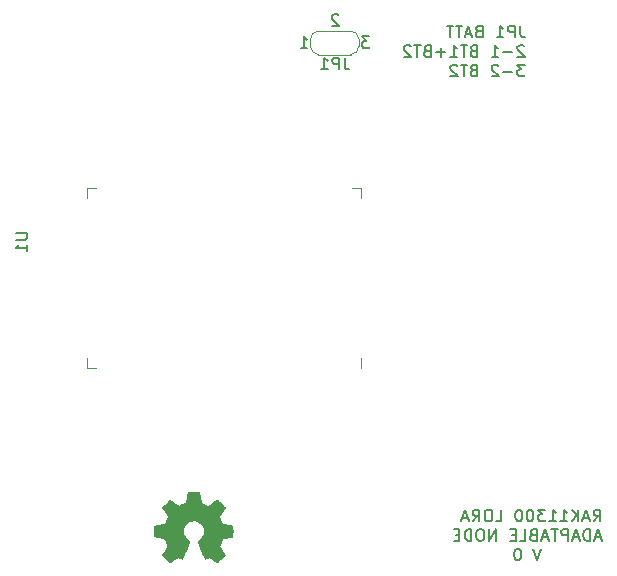
<source format=gbr>
G04 #@! TF.GenerationSoftware,KiCad,Pcbnew,5.1.5+dfsg1-2build2*
G04 #@! TF.CreationDate,2021-12-11T20:18:00-05:00*
G04 #@! TF.ProjectId,RAK11300_LORA_ADAPTABLE_NODE,52414b31-3133-4303-905f-4c4f52415f41,rev?*
G04 #@! TF.SameCoordinates,Original*
G04 #@! TF.FileFunction,Legend,Bot*
G04 #@! TF.FilePolarity,Positive*
%FSLAX46Y46*%
G04 Gerber Fmt 4.6, Leading zero omitted, Abs format (unit mm)*
G04 Created by KiCad (PCBNEW 5.1.5+dfsg1-2build2) date 2021-12-11 20:18:00*
%MOMM*%
%LPD*%
G04 APERTURE LIST*
%ADD10C,0.150000*%
%ADD11C,0.120000*%
%ADD12C,0.010000*%
%ADD13C,1.802000*%
%ADD14R,2.102000X2.102000*%
%ADD15C,2.102000*%
%ADD16C,2.742000*%
%ADD17R,1.402000X1.002000*%
%ADD18R,1.002000X1.402000*%
%ADD19O,1.802000X1.802000*%
%ADD20C,2.502000*%
%ADD21R,2.502000X2.502000*%
%ADD22R,1.102000X1.602000*%
%ADD23C,0.100000*%
%ADD24C,3.102000*%
G04 APERTURE END LIST*
D10*
X132388923Y-100538019D02*
X132341304Y-100490400D01*
X132246066Y-100442780D01*
X132007971Y-100442780D01*
X131912733Y-100490400D01*
X131865114Y-100538019D01*
X131817495Y-100633257D01*
X131817495Y-100728495D01*
X131865114Y-100871352D01*
X132436542Y-101442780D01*
X131817495Y-101442780D01*
X154005847Y-143391880D02*
X154339180Y-142915690D01*
X154577276Y-143391880D02*
X154577276Y-142391880D01*
X154196323Y-142391880D01*
X154101085Y-142439500D01*
X154053466Y-142487119D01*
X154005847Y-142582357D01*
X154005847Y-142725214D01*
X154053466Y-142820452D01*
X154101085Y-142868071D01*
X154196323Y-142915690D01*
X154577276Y-142915690D01*
X153624895Y-143106166D02*
X153148704Y-143106166D01*
X153720133Y-143391880D02*
X153386800Y-142391880D01*
X153053466Y-143391880D01*
X152720133Y-143391880D02*
X152720133Y-142391880D01*
X152148704Y-143391880D02*
X152577276Y-142820452D01*
X152148704Y-142391880D02*
X152720133Y-142963309D01*
X151196323Y-143391880D02*
X151767752Y-143391880D01*
X151482038Y-143391880D02*
X151482038Y-142391880D01*
X151577276Y-142534738D01*
X151672514Y-142629976D01*
X151767752Y-142677595D01*
X150243942Y-143391880D02*
X150815371Y-143391880D01*
X150529657Y-143391880D02*
X150529657Y-142391880D01*
X150624895Y-142534738D01*
X150720133Y-142629976D01*
X150815371Y-142677595D01*
X149910609Y-142391880D02*
X149291561Y-142391880D01*
X149624895Y-142772833D01*
X149482038Y-142772833D01*
X149386800Y-142820452D01*
X149339180Y-142868071D01*
X149291561Y-142963309D01*
X149291561Y-143201404D01*
X149339180Y-143296642D01*
X149386800Y-143344261D01*
X149482038Y-143391880D01*
X149767752Y-143391880D01*
X149862990Y-143344261D01*
X149910609Y-143296642D01*
X148672514Y-142391880D02*
X148577276Y-142391880D01*
X148482038Y-142439500D01*
X148434419Y-142487119D01*
X148386800Y-142582357D01*
X148339180Y-142772833D01*
X148339180Y-143010928D01*
X148386800Y-143201404D01*
X148434419Y-143296642D01*
X148482038Y-143344261D01*
X148577276Y-143391880D01*
X148672514Y-143391880D01*
X148767752Y-143344261D01*
X148815371Y-143296642D01*
X148862990Y-143201404D01*
X148910609Y-143010928D01*
X148910609Y-142772833D01*
X148862990Y-142582357D01*
X148815371Y-142487119D01*
X148767752Y-142439500D01*
X148672514Y-142391880D01*
X147720133Y-142391880D02*
X147624895Y-142391880D01*
X147529657Y-142439500D01*
X147482038Y-142487119D01*
X147434419Y-142582357D01*
X147386800Y-142772833D01*
X147386800Y-143010928D01*
X147434419Y-143201404D01*
X147482038Y-143296642D01*
X147529657Y-143344261D01*
X147624895Y-143391880D01*
X147720133Y-143391880D01*
X147815371Y-143344261D01*
X147862990Y-143296642D01*
X147910609Y-143201404D01*
X147958228Y-143010928D01*
X147958228Y-142772833D01*
X147910609Y-142582357D01*
X147862990Y-142487119D01*
X147815371Y-142439500D01*
X147720133Y-142391880D01*
X145720133Y-143391880D02*
X146196323Y-143391880D01*
X146196323Y-142391880D01*
X145196323Y-142391880D02*
X145005847Y-142391880D01*
X144910609Y-142439500D01*
X144815371Y-142534738D01*
X144767752Y-142725214D01*
X144767752Y-143058547D01*
X144815371Y-143249023D01*
X144910609Y-143344261D01*
X145005847Y-143391880D01*
X145196323Y-143391880D01*
X145291561Y-143344261D01*
X145386800Y-143249023D01*
X145434419Y-143058547D01*
X145434419Y-142725214D01*
X145386800Y-142534738D01*
X145291561Y-142439500D01*
X145196323Y-142391880D01*
X143767752Y-143391880D02*
X144101085Y-142915690D01*
X144339180Y-143391880D02*
X144339180Y-142391880D01*
X143958228Y-142391880D01*
X143862990Y-142439500D01*
X143815371Y-142487119D01*
X143767752Y-142582357D01*
X143767752Y-142725214D01*
X143815371Y-142820452D01*
X143862990Y-142868071D01*
X143958228Y-142915690D01*
X144339180Y-142915690D01*
X143386800Y-143106166D02*
X142910609Y-143106166D01*
X143482038Y-143391880D02*
X143148704Y-142391880D01*
X142815371Y-143391880D01*
X154601085Y-144756166D02*
X154124895Y-144756166D01*
X154696323Y-145041880D02*
X154362990Y-144041880D01*
X154029657Y-145041880D01*
X153696323Y-145041880D02*
X153696323Y-144041880D01*
X153458228Y-144041880D01*
X153315371Y-144089500D01*
X153220133Y-144184738D01*
X153172514Y-144279976D01*
X153124895Y-144470452D01*
X153124895Y-144613309D01*
X153172514Y-144803785D01*
X153220133Y-144899023D01*
X153315371Y-144994261D01*
X153458228Y-145041880D01*
X153696323Y-145041880D01*
X152743942Y-144756166D02*
X152267752Y-144756166D01*
X152839180Y-145041880D02*
X152505847Y-144041880D01*
X152172514Y-145041880D01*
X151839180Y-145041880D02*
X151839180Y-144041880D01*
X151458228Y-144041880D01*
X151362990Y-144089500D01*
X151315371Y-144137119D01*
X151267752Y-144232357D01*
X151267752Y-144375214D01*
X151315371Y-144470452D01*
X151362990Y-144518071D01*
X151458228Y-144565690D01*
X151839180Y-144565690D01*
X150982038Y-144041880D02*
X150410609Y-144041880D01*
X150696323Y-145041880D02*
X150696323Y-144041880D01*
X150124895Y-144756166D02*
X149648704Y-144756166D01*
X150220133Y-145041880D02*
X149886800Y-144041880D01*
X149553466Y-145041880D01*
X148886800Y-144518071D02*
X148743942Y-144565690D01*
X148696323Y-144613309D01*
X148648704Y-144708547D01*
X148648704Y-144851404D01*
X148696323Y-144946642D01*
X148743942Y-144994261D01*
X148839180Y-145041880D01*
X149220133Y-145041880D01*
X149220133Y-144041880D01*
X148886800Y-144041880D01*
X148791561Y-144089500D01*
X148743942Y-144137119D01*
X148696323Y-144232357D01*
X148696323Y-144327595D01*
X148743942Y-144422833D01*
X148791561Y-144470452D01*
X148886800Y-144518071D01*
X149220133Y-144518071D01*
X147743942Y-145041880D02*
X148220133Y-145041880D01*
X148220133Y-144041880D01*
X147410609Y-144518071D02*
X147077276Y-144518071D01*
X146934419Y-145041880D02*
X147410609Y-145041880D01*
X147410609Y-144041880D01*
X146934419Y-144041880D01*
X145743942Y-145041880D02*
X145743942Y-144041880D01*
X145172514Y-145041880D01*
X145172514Y-144041880D01*
X144505847Y-144041880D02*
X144315371Y-144041880D01*
X144220133Y-144089500D01*
X144124895Y-144184738D01*
X144077276Y-144375214D01*
X144077276Y-144708547D01*
X144124895Y-144899023D01*
X144220133Y-144994261D01*
X144315371Y-145041880D01*
X144505847Y-145041880D01*
X144601085Y-144994261D01*
X144696323Y-144899023D01*
X144743942Y-144708547D01*
X144743942Y-144375214D01*
X144696323Y-144184738D01*
X144601085Y-144089500D01*
X144505847Y-144041880D01*
X143648704Y-145041880D02*
X143648704Y-144041880D01*
X143410609Y-144041880D01*
X143267752Y-144089500D01*
X143172514Y-144184738D01*
X143124895Y-144279976D01*
X143077276Y-144470452D01*
X143077276Y-144613309D01*
X143124895Y-144803785D01*
X143172514Y-144899023D01*
X143267752Y-144994261D01*
X143410609Y-145041880D01*
X143648704Y-145041880D01*
X142648704Y-144518071D02*
X142315371Y-144518071D01*
X142172514Y-145041880D02*
X142648704Y-145041880D01*
X142648704Y-144041880D01*
X142172514Y-144041880D01*
X149577276Y-145691880D02*
X149243942Y-146691880D01*
X148910609Y-145691880D01*
X147624895Y-145691880D02*
X147529657Y-145691880D01*
X147434419Y-145739500D01*
X147386800Y-145787119D01*
X147339180Y-145882357D01*
X147291561Y-146072833D01*
X147291561Y-146310928D01*
X147339180Y-146501404D01*
X147386800Y-146596642D01*
X147434419Y-146644261D01*
X147529657Y-146691880D01*
X147624895Y-146691880D01*
X147720133Y-146644261D01*
X147767752Y-146596642D01*
X147815371Y-146501404D01*
X147862990Y-146310928D01*
X147862990Y-146072833D01*
X147815371Y-145882357D01*
X147767752Y-145787119D01*
X147720133Y-145739500D01*
X147624895Y-145691880D01*
X147790890Y-101421680D02*
X147790890Y-102135966D01*
X147838509Y-102278823D01*
X147933747Y-102374061D01*
X148076604Y-102421680D01*
X148171842Y-102421680D01*
X147314700Y-102421680D02*
X147314700Y-101421680D01*
X146933747Y-101421680D01*
X146838509Y-101469300D01*
X146790890Y-101516919D01*
X146743271Y-101612157D01*
X146743271Y-101755014D01*
X146790890Y-101850252D01*
X146838509Y-101897871D01*
X146933747Y-101945490D01*
X147314700Y-101945490D01*
X145790890Y-102421680D02*
X146362319Y-102421680D01*
X146076604Y-102421680D02*
X146076604Y-101421680D01*
X146171842Y-101564538D01*
X146267080Y-101659776D01*
X146362319Y-101707395D01*
X144267080Y-101897871D02*
X144124223Y-101945490D01*
X144076604Y-101993109D01*
X144028985Y-102088347D01*
X144028985Y-102231204D01*
X144076604Y-102326442D01*
X144124223Y-102374061D01*
X144219461Y-102421680D01*
X144600414Y-102421680D01*
X144600414Y-101421680D01*
X144267080Y-101421680D01*
X144171842Y-101469300D01*
X144124223Y-101516919D01*
X144076604Y-101612157D01*
X144076604Y-101707395D01*
X144124223Y-101802633D01*
X144171842Y-101850252D01*
X144267080Y-101897871D01*
X144600414Y-101897871D01*
X143648033Y-102135966D02*
X143171842Y-102135966D01*
X143743271Y-102421680D02*
X143409938Y-101421680D01*
X143076604Y-102421680D01*
X142886128Y-101421680D02*
X142314700Y-101421680D01*
X142600414Y-102421680D02*
X142600414Y-101421680D01*
X142124223Y-101421680D02*
X141552795Y-101421680D01*
X141838509Y-102421680D02*
X141838509Y-101421680D01*
X148124223Y-103166919D02*
X148076604Y-103119300D01*
X147981366Y-103071680D01*
X147743271Y-103071680D01*
X147648033Y-103119300D01*
X147600414Y-103166919D01*
X147552795Y-103262157D01*
X147552795Y-103357395D01*
X147600414Y-103500252D01*
X148171842Y-104071680D01*
X147552795Y-104071680D01*
X147124223Y-103690728D02*
X146362319Y-103690728D01*
X145362319Y-104071680D02*
X145933747Y-104071680D01*
X145648033Y-104071680D02*
X145648033Y-103071680D01*
X145743271Y-103214538D01*
X145838509Y-103309776D01*
X145933747Y-103357395D01*
X143838509Y-103547871D02*
X143695652Y-103595490D01*
X143648033Y-103643109D01*
X143600414Y-103738347D01*
X143600414Y-103881204D01*
X143648033Y-103976442D01*
X143695652Y-104024061D01*
X143790890Y-104071680D01*
X144171842Y-104071680D01*
X144171842Y-103071680D01*
X143838509Y-103071680D01*
X143743271Y-103119300D01*
X143695652Y-103166919D01*
X143648033Y-103262157D01*
X143648033Y-103357395D01*
X143695652Y-103452633D01*
X143743271Y-103500252D01*
X143838509Y-103547871D01*
X144171842Y-103547871D01*
X143314700Y-103071680D02*
X142743271Y-103071680D01*
X143028985Y-104071680D02*
X143028985Y-103071680D01*
X141886128Y-104071680D02*
X142457557Y-104071680D01*
X142171842Y-104071680D02*
X142171842Y-103071680D01*
X142267080Y-103214538D01*
X142362319Y-103309776D01*
X142457557Y-103357395D01*
X141457557Y-103690728D02*
X140695652Y-103690728D01*
X141076604Y-104071680D02*
X141076604Y-103309776D01*
X139886128Y-103547871D02*
X139743271Y-103595490D01*
X139695652Y-103643109D01*
X139648033Y-103738347D01*
X139648033Y-103881204D01*
X139695652Y-103976442D01*
X139743271Y-104024061D01*
X139838509Y-104071680D01*
X140219461Y-104071680D01*
X140219461Y-103071680D01*
X139886128Y-103071680D01*
X139790890Y-103119300D01*
X139743271Y-103166919D01*
X139695652Y-103262157D01*
X139695652Y-103357395D01*
X139743271Y-103452633D01*
X139790890Y-103500252D01*
X139886128Y-103547871D01*
X140219461Y-103547871D01*
X139362319Y-103071680D02*
X138790890Y-103071680D01*
X139076604Y-104071680D02*
X139076604Y-103071680D01*
X138505176Y-103166919D02*
X138457557Y-103119300D01*
X138362319Y-103071680D01*
X138124223Y-103071680D01*
X138028985Y-103119300D01*
X137981366Y-103166919D01*
X137933747Y-103262157D01*
X137933747Y-103357395D01*
X137981366Y-103500252D01*
X138552795Y-104071680D01*
X137933747Y-104071680D01*
X148171842Y-104721680D02*
X147552795Y-104721680D01*
X147886128Y-105102633D01*
X147743271Y-105102633D01*
X147648033Y-105150252D01*
X147600414Y-105197871D01*
X147552795Y-105293109D01*
X147552795Y-105531204D01*
X147600414Y-105626442D01*
X147648033Y-105674061D01*
X147743271Y-105721680D01*
X148028985Y-105721680D01*
X148124223Y-105674061D01*
X148171842Y-105626442D01*
X147124223Y-105340728D02*
X146362319Y-105340728D01*
X145933747Y-104816919D02*
X145886128Y-104769300D01*
X145790890Y-104721680D01*
X145552795Y-104721680D01*
X145457557Y-104769300D01*
X145409938Y-104816919D01*
X145362319Y-104912157D01*
X145362319Y-105007395D01*
X145409938Y-105150252D01*
X145981366Y-105721680D01*
X145362319Y-105721680D01*
X143838509Y-105197871D02*
X143695652Y-105245490D01*
X143648033Y-105293109D01*
X143600414Y-105388347D01*
X143600414Y-105531204D01*
X143648033Y-105626442D01*
X143695652Y-105674061D01*
X143790890Y-105721680D01*
X144171842Y-105721680D01*
X144171842Y-104721680D01*
X143838509Y-104721680D01*
X143743271Y-104769300D01*
X143695652Y-104816919D01*
X143648033Y-104912157D01*
X143648033Y-105007395D01*
X143695652Y-105102633D01*
X143743271Y-105150252D01*
X143838509Y-105197871D01*
X144171842Y-105197871D01*
X143314700Y-104721680D02*
X142743271Y-104721680D01*
X143028985Y-105721680D02*
X143028985Y-104721680D01*
X142457557Y-104816919D02*
X142409938Y-104769300D01*
X142314700Y-104721680D01*
X142076604Y-104721680D01*
X141981366Y-104769300D01*
X141933747Y-104816919D01*
X141886128Y-104912157D01*
X141886128Y-105007395D01*
X141933747Y-105150252D01*
X142505176Y-105721680D01*
X141886128Y-105721680D01*
D11*
X134327400Y-130416300D02*
X134327400Y-129596300D01*
X133507400Y-115176300D02*
X134327400Y-115176300D01*
X134327400Y-115176300D02*
X134327400Y-115996300D01*
X111907400Y-130416300D02*
X111087400Y-130416300D01*
X111087400Y-129596300D02*
X111087400Y-130416300D01*
X111907400Y-115176300D02*
X111087400Y-115176300D01*
X111087400Y-115996300D02*
X111087400Y-115176300D01*
D12*
G36*
X119573486Y-141372631D02*
G01*
X119489665Y-141817255D01*
X119180380Y-141944753D01*
X118871094Y-142072251D01*
X118500054Y-141819946D01*
X118396143Y-141749696D01*
X118302213Y-141686972D01*
X118222648Y-141634638D01*
X118161830Y-141595557D01*
X118124143Y-141572593D01*
X118113879Y-141567642D01*
X118095390Y-141580376D01*
X118055880Y-141615582D01*
X117999778Y-141668762D01*
X117931513Y-141735418D01*
X117855514Y-141811054D01*
X117776208Y-141891172D01*
X117698025Y-141971274D01*
X117625393Y-142046864D01*
X117562741Y-142113445D01*
X117514497Y-142166518D01*
X117485090Y-142201587D01*
X117478059Y-142213323D01*
X117488177Y-142234960D01*
X117516541Y-142282362D01*
X117560171Y-142350893D01*
X117616082Y-142435915D01*
X117681294Y-142532793D01*
X117719081Y-142588050D01*
X117787957Y-142688948D01*
X117849160Y-142779999D01*
X117899722Y-142856670D01*
X117936672Y-142914428D01*
X117957042Y-142948743D01*
X117960103Y-142955954D01*
X117953164Y-142976448D01*
X117934249Y-143024213D01*
X117906213Y-143092532D01*
X117871909Y-143174689D01*
X117834191Y-143263970D01*
X117795913Y-143353658D01*
X117759930Y-143437038D01*
X117729094Y-143507394D01*
X117706261Y-143558010D01*
X117694283Y-143582171D01*
X117693576Y-143583122D01*
X117674769Y-143587736D01*
X117624682Y-143598028D01*
X117548507Y-143612987D01*
X117451435Y-143631601D01*
X117338657Y-143652859D01*
X117272858Y-143665118D01*
X117152350Y-143688062D01*
X117043503Y-143709895D01*
X116951824Y-143729422D01*
X116882819Y-143745448D01*
X116841996Y-143756779D01*
X116833789Y-143760374D01*
X116825752Y-143784706D01*
X116819267Y-143839659D01*
X116814330Y-143918808D01*
X116810936Y-144015726D01*
X116809082Y-144123987D01*
X116808762Y-144237165D01*
X116809973Y-144348835D01*
X116812710Y-144452568D01*
X116816969Y-144541941D01*
X116822745Y-144610526D01*
X116830033Y-144651897D01*
X116834405Y-144660510D01*
X116860536Y-144670833D01*
X116915907Y-144685592D01*
X116993193Y-144703052D01*
X117085070Y-144721480D01*
X117117142Y-144727441D01*
X117271776Y-144755766D01*
X117393925Y-144778576D01*
X117487627Y-144796780D01*
X117556916Y-144811283D01*
X117605829Y-144822992D01*
X117638403Y-144832815D01*
X117658672Y-144841656D01*
X117670674Y-144850424D01*
X117672353Y-144852157D01*
X117689116Y-144880071D01*
X117714686Y-144934395D01*
X117746512Y-145008477D01*
X117782040Y-145095665D01*
X117818717Y-145189308D01*
X117853989Y-145282752D01*
X117885304Y-145369347D01*
X117910107Y-145442440D01*
X117925846Y-145495378D01*
X117929968Y-145521511D01*
X117929624Y-145522426D01*
X117915659Y-145543786D01*
X117883978Y-145590784D01*
X117837909Y-145658527D01*
X117780782Y-145742123D01*
X117715927Y-145836682D01*
X117697457Y-145863554D01*
X117631601Y-145960975D01*
X117573650Y-146049863D01*
X117526762Y-146125112D01*
X117494093Y-146181620D01*
X117478800Y-146214281D01*
X117478059Y-146218293D01*
X117490908Y-146239384D01*
X117526412Y-146281164D01*
X117580007Y-146339145D01*
X117647129Y-146408835D01*
X117723213Y-146485745D01*
X117803696Y-146565383D01*
X117884013Y-146643261D01*
X117959601Y-146714886D01*
X118025895Y-146775770D01*
X118078331Y-146821421D01*
X118112345Y-146847350D01*
X118121755Y-146851583D01*
X118143657Y-146841612D01*
X118188500Y-146814720D01*
X118248979Y-146775436D01*
X118295511Y-146743817D01*
X118379825Y-146685798D01*
X118479674Y-146617484D01*
X118579827Y-146549279D01*
X118633673Y-146512775D01*
X118815929Y-146389500D01*
X118968919Y-146472220D01*
X119038618Y-146508459D01*
X119097886Y-146536626D01*
X119137989Y-146552691D01*
X119148197Y-146554926D01*
X119160471Y-146538422D01*
X119184687Y-146491782D01*
X119219037Y-146419309D01*
X119261712Y-146325306D01*
X119310906Y-146214074D01*
X119364810Y-146089915D01*
X119421616Y-145957132D01*
X119479518Y-145820027D01*
X119536707Y-145682902D01*
X119591376Y-145550058D01*
X119641716Y-145425798D01*
X119685920Y-145314425D01*
X119722181Y-145220239D01*
X119748691Y-145147544D01*
X119763642Y-145100641D01*
X119766046Y-145084533D01*
X119746989Y-145063986D01*
X119705264Y-145030633D01*
X119649594Y-144991402D01*
X119644922Y-144988299D01*
X119501036Y-144873123D01*
X119385017Y-144738753D01*
X119297870Y-144589484D01*
X119240601Y-144429613D01*
X119214214Y-144263437D01*
X119219715Y-144095252D01*
X119258110Y-143929355D01*
X119330405Y-143770042D01*
X119351674Y-143735187D01*
X119462304Y-143594437D01*
X119592998Y-143481414D01*
X119739236Y-143396703D01*
X119896492Y-143340894D01*
X120060243Y-143314574D01*
X120225967Y-143318330D01*
X120389138Y-143352750D01*
X120545235Y-143418423D01*
X120689733Y-143515935D01*
X120734431Y-143555513D01*
X120848188Y-143679403D01*
X120931082Y-143809824D01*
X120987944Y-143956015D01*
X121019613Y-144100788D01*
X121027431Y-144263560D01*
X121001362Y-144427140D01*
X120944055Y-144585998D01*
X120858156Y-144734606D01*
X120746314Y-144867435D01*
X120611177Y-144978956D01*
X120593417Y-144990711D01*
X120537150Y-145029208D01*
X120494377Y-145062563D01*
X120473928Y-145083860D01*
X120473631Y-145084533D01*
X120478021Y-145107571D01*
X120495424Y-145159857D01*
X120524032Y-145237090D01*
X120562035Y-145334968D01*
X120607626Y-145449191D01*
X120658997Y-145575458D01*
X120714338Y-145709467D01*
X120771842Y-145846918D01*
X120829699Y-145983508D01*
X120886102Y-146114937D01*
X120939242Y-146236905D01*
X120987310Y-146345109D01*
X121028499Y-146435249D01*
X121060999Y-146503023D01*
X121083003Y-146544130D01*
X121091864Y-146554926D01*
X121118940Y-146546519D01*
X121169603Y-146523972D01*
X121235117Y-146491313D01*
X121271141Y-146472220D01*
X121424132Y-146389500D01*
X121606388Y-146512775D01*
X121699425Y-146575928D01*
X121801285Y-146645427D01*
X121896738Y-146710865D01*
X121944550Y-146743817D01*
X122011795Y-146788973D01*
X122068736Y-146824757D01*
X122107946Y-146846638D01*
X122120681Y-146851263D01*
X122139217Y-146838785D01*
X122180241Y-146803952D01*
X122239775Y-146750378D01*
X122313842Y-146681683D01*
X122398465Y-146601481D01*
X122451985Y-146549986D01*
X122545619Y-146457986D01*
X122626541Y-146375699D01*
X122691477Y-146306645D01*
X122737158Y-146254344D01*
X122760311Y-146222316D01*
X122762532Y-146215816D01*
X122752224Y-146191094D01*
X122723739Y-146141105D01*
X122680237Y-146070912D01*
X122624877Y-145985575D01*
X122560820Y-145890156D01*
X122542603Y-145863554D01*
X122476227Y-145766867D01*
X122416678Y-145679817D01*
X122367284Y-145607295D01*
X122331375Y-145554193D01*
X122312281Y-145525403D01*
X122310436Y-145522426D01*
X122313195Y-145499482D01*
X122327838Y-145449036D01*
X122351813Y-145377741D01*
X122382566Y-145292247D01*
X122417544Y-145199207D01*
X122454193Y-145105274D01*
X122489961Y-145017099D01*
X122522294Y-144941334D01*
X122548638Y-144884631D01*
X122566442Y-144853643D01*
X122567707Y-144852157D01*
X122578594Y-144843301D01*
X122596982Y-144834543D01*
X122626906Y-144824977D01*
X122672403Y-144813696D01*
X122737509Y-144799793D01*
X122826261Y-144782363D01*
X122942693Y-144760498D01*
X123090842Y-144733291D01*
X123122918Y-144727441D01*
X123217986Y-144709074D01*
X123300865Y-144691105D01*
X123364230Y-144675269D01*
X123400758Y-144663300D01*
X123405656Y-144660510D01*
X123413727Y-144635772D01*
X123420287Y-144580490D01*
X123425333Y-144501089D01*
X123428859Y-144403996D01*
X123430861Y-144295638D01*
X123431336Y-144182440D01*
X123430277Y-144070828D01*
X123427682Y-143967229D01*
X123423546Y-143878068D01*
X123417863Y-143809772D01*
X123410631Y-143768766D01*
X123406271Y-143760374D01*
X123381998Y-143751908D01*
X123326726Y-143738135D01*
X123245962Y-143720250D01*
X123145212Y-143699448D01*
X123029983Y-143676923D01*
X122967202Y-143665118D01*
X122848087Y-143642851D01*
X122741865Y-143622679D01*
X122653727Y-143605615D01*
X122588866Y-143592669D01*
X122552474Y-143584855D01*
X122546484Y-143583122D01*
X122536361Y-143563590D01*
X122514962Y-143516543D01*
X122485139Y-143448703D01*
X122449745Y-143366791D01*
X122411632Y-143277528D01*
X122373653Y-143187635D01*
X122338660Y-143103835D01*
X122309506Y-143032847D01*
X122289043Y-142981394D01*
X122280123Y-142956197D01*
X122279957Y-142955096D01*
X122290069Y-142935219D01*
X122318417Y-142889477D01*
X122362023Y-142822417D01*
X122417906Y-142738584D01*
X122483087Y-142642526D01*
X122520979Y-142587350D01*
X122590025Y-142486181D01*
X122651350Y-142394330D01*
X122701963Y-142316444D01*
X122738871Y-142257169D01*
X122759082Y-142221151D01*
X122762001Y-142213077D01*
X122749453Y-142194284D01*
X122714763Y-142154157D01*
X122662363Y-142097193D01*
X122596684Y-142027885D01*
X122522156Y-141950731D01*
X122443213Y-141870225D01*
X122364283Y-141790863D01*
X122289800Y-141717140D01*
X122224194Y-141653552D01*
X122171896Y-141604594D01*
X122137339Y-141574761D01*
X122125778Y-141567642D01*
X122106954Y-141577653D01*
X122061931Y-141605778D01*
X121995087Y-141649154D01*
X121910799Y-141704918D01*
X121813444Y-141770206D01*
X121740007Y-141819946D01*
X121368967Y-142072251D01*
X120750395Y-141817255D01*
X120666575Y-141372631D01*
X120582754Y-140928007D01*
X119657306Y-140928007D01*
X119573486Y-141372631D01*
G37*
X119573486Y-141372631D02*
X119489665Y-141817255D01*
X119180380Y-141944753D01*
X118871094Y-142072251D01*
X118500054Y-141819946D01*
X118396143Y-141749696D01*
X118302213Y-141686972D01*
X118222648Y-141634638D01*
X118161830Y-141595557D01*
X118124143Y-141572593D01*
X118113879Y-141567642D01*
X118095390Y-141580376D01*
X118055880Y-141615582D01*
X117999778Y-141668762D01*
X117931513Y-141735418D01*
X117855514Y-141811054D01*
X117776208Y-141891172D01*
X117698025Y-141971274D01*
X117625393Y-142046864D01*
X117562741Y-142113445D01*
X117514497Y-142166518D01*
X117485090Y-142201587D01*
X117478059Y-142213323D01*
X117488177Y-142234960D01*
X117516541Y-142282362D01*
X117560171Y-142350893D01*
X117616082Y-142435915D01*
X117681294Y-142532793D01*
X117719081Y-142588050D01*
X117787957Y-142688948D01*
X117849160Y-142779999D01*
X117899722Y-142856670D01*
X117936672Y-142914428D01*
X117957042Y-142948743D01*
X117960103Y-142955954D01*
X117953164Y-142976448D01*
X117934249Y-143024213D01*
X117906213Y-143092532D01*
X117871909Y-143174689D01*
X117834191Y-143263970D01*
X117795913Y-143353658D01*
X117759930Y-143437038D01*
X117729094Y-143507394D01*
X117706261Y-143558010D01*
X117694283Y-143582171D01*
X117693576Y-143583122D01*
X117674769Y-143587736D01*
X117624682Y-143598028D01*
X117548507Y-143612987D01*
X117451435Y-143631601D01*
X117338657Y-143652859D01*
X117272858Y-143665118D01*
X117152350Y-143688062D01*
X117043503Y-143709895D01*
X116951824Y-143729422D01*
X116882819Y-143745448D01*
X116841996Y-143756779D01*
X116833789Y-143760374D01*
X116825752Y-143784706D01*
X116819267Y-143839659D01*
X116814330Y-143918808D01*
X116810936Y-144015726D01*
X116809082Y-144123987D01*
X116808762Y-144237165D01*
X116809973Y-144348835D01*
X116812710Y-144452568D01*
X116816969Y-144541941D01*
X116822745Y-144610526D01*
X116830033Y-144651897D01*
X116834405Y-144660510D01*
X116860536Y-144670833D01*
X116915907Y-144685592D01*
X116993193Y-144703052D01*
X117085070Y-144721480D01*
X117117142Y-144727441D01*
X117271776Y-144755766D01*
X117393925Y-144778576D01*
X117487627Y-144796780D01*
X117556916Y-144811283D01*
X117605829Y-144822992D01*
X117638403Y-144832815D01*
X117658672Y-144841656D01*
X117670674Y-144850424D01*
X117672353Y-144852157D01*
X117689116Y-144880071D01*
X117714686Y-144934395D01*
X117746512Y-145008477D01*
X117782040Y-145095665D01*
X117818717Y-145189308D01*
X117853989Y-145282752D01*
X117885304Y-145369347D01*
X117910107Y-145442440D01*
X117925846Y-145495378D01*
X117929968Y-145521511D01*
X117929624Y-145522426D01*
X117915659Y-145543786D01*
X117883978Y-145590784D01*
X117837909Y-145658527D01*
X117780782Y-145742123D01*
X117715927Y-145836682D01*
X117697457Y-145863554D01*
X117631601Y-145960975D01*
X117573650Y-146049863D01*
X117526762Y-146125112D01*
X117494093Y-146181620D01*
X117478800Y-146214281D01*
X117478059Y-146218293D01*
X117490908Y-146239384D01*
X117526412Y-146281164D01*
X117580007Y-146339145D01*
X117647129Y-146408835D01*
X117723213Y-146485745D01*
X117803696Y-146565383D01*
X117884013Y-146643261D01*
X117959601Y-146714886D01*
X118025895Y-146775770D01*
X118078331Y-146821421D01*
X118112345Y-146847350D01*
X118121755Y-146851583D01*
X118143657Y-146841612D01*
X118188500Y-146814720D01*
X118248979Y-146775436D01*
X118295511Y-146743817D01*
X118379825Y-146685798D01*
X118479674Y-146617484D01*
X118579827Y-146549279D01*
X118633673Y-146512775D01*
X118815929Y-146389500D01*
X118968919Y-146472220D01*
X119038618Y-146508459D01*
X119097886Y-146536626D01*
X119137989Y-146552691D01*
X119148197Y-146554926D01*
X119160471Y-146538422D01*
X119184687Y-146491782D01*
X119219037Y-146419309D01*
X119261712Y-146325306D01*
X119310906Y-146214074D01*
X119364810Y-146089915D01*
X119421616Y-145957132D01*
X119479518Y-145820027D01*
X119536707Y-145682902D01*
X119591376Y-145550058D01*
X119641716Y-145425798D01*
X119685920Y-145314425D01*
X119722181Y-145220239D01*
X119748691Y-145147544D01*
X119763642Y-145100641D01*
X119766046Y-145084533D01*
X119746989Y-145063986D01*
X119705264Y-145030633D01*
X119649594Y-144991402D01*
X119644922Y-144988299D01*
X119501036Y-144873123D01*
X119385017Y-144738753D01*
X119297870Y-144589484D01*
X119240601Y-144429613D01*
X119214214Y-144263437D01*
X119219715Y-144095252D01*
X119258110Y-143929355D01*
X119330405Y-143770042D01*
X119351674Y-143735187D01*
X119462304Y-143594437D01*
X119592998Y-143481414D01*
X119739236Y-143396703D01*
X119896492Y-143340894D01*
X120060243Y-143314574D01*
X120225967Y-143318330D01*
X120389138Y-143352750D01*
X120545235Y-143418423D01*
X120689733Y-143515935D01*
X120734431Y-143555513D01*
X120848188Y-143679403D01*
X120931082Y-143809824D01*
X120987944Y-143956015D01*
X121019613Y-144100788D01*
X121027431Y-144263560D01*
X121001362Y-144427140D01*
X120944055Y-144585998D01*
X120858156Y-144734606D01*
X120746314Y-144867435D01*
X120611177Y-144978956D01*
X120593417Y-144990711D01*
X120537150Y-145029208D01*
X120494377Y-145062563D01*
X120473928Y-145083860D01*
X120473631Y-145084533D01*
X120478021Y-145107571D01*
X120495424Y-145159857D01*
X120524032Y-145237090D01*
X120562035Y-145334968D01*
X120607626Y-145449191D01*
X120658997Y-145575458D01*
X120714338Y-145709467D01*
X120771842Y-145846918D01*
X120829699Y-145983508D01*
X120886102Y-146114937D01*
X120939242Y-146236905D01*
X120987310Y-146345109D01*
X121028499Y-146435249D01*
X121060999Y-146503023D01*
X121083003Y-146544130D01*
X121091864Y-146554926D01*
X121118940Y-146546519D01*
X121169603Y-146523972D01*
X121235117Y-146491313D01*
X121271141Y-146472220D01*
X121424132Y-146389500D01*
X121606388Y-146512775D01*
X121699425Y-146575928D01*
X121801285Y-146645427D01*
X121896738Y-146710865D01*
X121944550Y-146743817D01*
X122011795Y-146788973D01*
X122068736Y-146824757D01*
X122107946Y-146846638D01*
X122120681Y-146851263D01*
X122139217Y-146838785D01*
X122180241Y-146803952D01*
X122239775Y-146750378D01*
X122313842Y-146681683D01*
X122398465Y-146601481D01*
X122451985Y-146549986D01*
X122545619Y-146457986D01*
X122626541Y-146375699D01*
X122691477Y-146306645D01*
X122737158Y-146254344D01*
X122760311Y-146222316D01*
X122762532Y-146215816D01*
X122752224Y-146191094D01*
X122723739Y-146141105D01*
X122680237Y-146070912D01*
X122624877Y-145985575D01*
X122560820Y-145890156D01*
X122542603Y-145863554D01*
X122476227Y-145766867D01*
X122416678Y-145679817D01*
X122367284Y-145607295D01*
X122331375Y-145554193D01*
X122312281Y-145525403D01*
X122310436Y-145522426D01*
X122313195Y-145499482D01*
X122327838Y-145449036D01*
X122351813Y-145377741D01*
X122382566Y-145292247D01*
X122417544Y-145199207D01*
X122454193Y-145105274D01*
X122489961Y-145017099D01*
X122522294Y-144941334D01*
X122548638Y-144884631D01*
X122566442Y-144853643D01*
X122567707Y-144852157D01*
X122578594Y-144843301D01*
X122596982Y-144834543D01*
X122626906Y-144824977D01*
X122672403Y-144813696D01*
X122737509Y-144799793D01*
X122826261Y-144782363D01*
X122942693Y-144760498D01*
X123090842Y-144733291D01*
X123122918Y-144727441D01*
X123217986Y-144709074D01*
X123300865Y-144691105D01*
X123364230Y-144675269D01*
X123400758Y-144663300D01*
X123405656Y-144660510D01*
X123413727Y-144635772D01*
X123420287Y-144580490D01*
X123425333Y-144501089D01*
X123428859Y-144403996D01*
X123430861Y-144295638D01*
X123431336Y-144182440D01*
X123430277Y-144070828D01*
X123427682Y-143967229D01*
X123423546Y-143878068D01*
X123417863Y-143809772D01*
X123410631Y-143768766D01*
X123406271Y-143760374D01*
X123381998Y-143751908D01*
X123326726Y-143738135D01*
X123245962Y-143720250D01*
X123145212Y-143699448D01*
X123029983Y-143676923D01*
X122967202Y-143665118D01*
X122848087Y-143642851D01*
X122741865Y-143622679D01*
X122653727Y-143605615D01*
X122588866Y-143592669D01*
X122552474Y-143584855D01*
X122546484Y-143583122D01*
X122536361Y-143563590D01*
X122514962Y-143516543D01*
X122485139Y-143448703D01*
X122449745Y-143366791D01*
X122411632Y-143277528D01*
X122373653Y-143187635D01*
X122338660Y-143103835D01*
X122309506Y-143032847D01*
X122289043Y-142981394D01*
X122280123Y-142956197D01*
X122279957Y-142955096D01*
X122290069Y-142935219D01*
X122318417Y-142889477D01*
X122362023Y-142822417D01*
X122417906Y-142738584D01*
X122483087Y-142642526D01*
X122520979Y-142587350D01*
X122590025Y-142486181D01*
X122651350Y-142394330D01*
X122701963Y-142316444D01*
X122738871Y-142257169D01*
X122759082Y-142221151D01*
X122762001Y-142213077D01*
X122749453Y-142194284D01*
X122714763Y-142154157D01*
X122662363Y-142097193D01*
X122596684Y-142027885D01*
X122522156Y-141950731D01*
X122443213Y-141870225D01*
X122364283Y-141790863D01*
X122289800Y-141717140D01*
X122224194Y-141653552D01*
X122171896Y-141604594D01*
X122137339Y-141574761D01*
X122125778Y-141567642D01*
X122106954Y-141577653D01*
X122061931Y-141605778D01*
X121995087Y-141649154D01*
X121910799Y-141704918D01*
X121813444Y-141770206D01*
X121740007Y-141819946D01*
X121368967Y-142072251D01*
X120750395Y-141817255D01*
X120666575Y-141372631D01*
X120582754Y-140928007D01*
X119657306Y-140928007D01*
X119573486Y-141372631D01*
D11*
X130030000Y-103170000D02*
G75*
G03X130730000Y-103870000I700000J0D01*
G01*
X130730000Y-101870000D02*
G75*
G03X130030000Y-102570000I0J-700000D01*
G01*
X134130000Y-102570000D02*
G75*
G03X133430000Y-101870000I-700000J0D01*
G01*
X133430000Y-103870000D02*
G75*
G03X134130000Y-103170000I0J700000D01*
G01*
X130680000Y-103870000D02*
X133480000Y-103870000D01*
X134130000Y-103170000D02*
X134130000Y-102570000D01*
X133480000Y-101870000D02*
X130680000Y-101870000D01*
X130030000Y-102570000D02*
X130030000Y-103170000D01*
D10*
X105065580Y-118960995D02*
X105875104Y-118960995D01*
X105970342Y-119008614D01*
X106017961Y-119056233D01*
X106065580Y-119151471D01*
X106065580Y-119341947D01*
X106017961Y-119437185D01*
X105970342Y-119484804D01*
X105875104Y-119532423D01*
X105065580Y-119532423D01*
X106065580Y-120532423D02*
X106065580Y-119960995D01*
X106065580Y-120246709D02*
X105065580Y-120246709D01*
X105208438Y-120151471D01*
X105303676Y-120056233D01*
X105351295Y-119960995D01*
X132913333Y-104122380D02*
X132913333Y-104836666D01*
X132960952Y-104979523D01*
X133056190Y-105074761D01*
X133199047Y-105122380D01*
X133294285Y-105122380D01*
X132437142Y-105122380D02*
X132437142Y-104122380D01*
X132056190Y-104122380D01*
X131960952Y-104170000D01*
X131913333Y-104217619D01*
X131865714Y-104312857D01*
X131865714Y-104455714D01*
X131913333Y-104550952D01*
X131960952Y-104598571D01*
X132056190Y-104646190D01*
X132437142Y-104646190D01*
X130913333Y-105122380D02*
X131484761Y-105122380D01*
X131199047Y-105122380D02*
X131199047Y-104122380D01*
X131294285Y-104265238D01*
X131389523Y-104360476D01*
X131484761Y-104408095D01*
X129194285Y-103322380D02*
X129765714Y-103322380D01*
X129480000Y-103322380D02*
X129480000Y-102322380D01*
X129575238Y-102465238D01*
X129670476Y-102560476D01*
X129765714Y-102608095D01*
X135013333Y-102322380D02*
X134394285Y-102322380D01*
X134727619Y-102703333D01*
X134584761Y-102703333D01*
X134489523Y-102750952D01*
X134441904Y-102798571D01*
X134394285Y-102893809D01*
X134394285Y-103131904D01*
X134441904Y-103227142D01*
X134489523Y-103274761D01*
X134584761Y-103322380D01*
X134870476Y-103322380D01*
X134965714Y-103274761D01*
X135013333Y-103227142D01*
%LPC*%
D13*
X157415000Y-129505000D03*
X157415000Y-126965000D03*
X157415000Y-124425000D03*
X157415000Y-121885000D03*
X157415000Y-119345000D03*
X149795000Y-129505000D03*
X149795000Y-126965000D03*
X149795000Y-124425000D03*
X149795000Y-121885000D03*
X149795000Y-119345000D03*
X142175000Y-129505000D03*
X142175000Y-126965000D03*
X142175000Y-124425000D03*
X142175000Y-121885000D03*
X142175000Y-119345000D03*
D14*
X162220000Y-139800000D03*
D15*
X110230000Y-139800000D03*
D16*
X112990000Y-133805000D03*
X159470000Y-145795000D03*
D17*
X134077400Y-117346300D03*
X134077400Y-118546300D03*
X134077400Y-119746300D03*
X134077400Y-120946300D03*
X134077400Y-122146300D03*
X134077400Y-123346300D03*
X134077400Y-124546300D03*
X134077400Y-125746300D03*
X134077400Y-126946300D03*
X134077400Y-128146300D03*
D18*
X128407400Y-115426300D03*
X127207400Y-115426300D03*
X126007400Y-115426300D03*
X124807400Y-115426300D03*
X123607400Y-115426300D03*
X122407400Y-115426300D03*
X121207400Y-115426300D03*
X120007400Y-115426300D03*
X118807400Y-115426300D03*
X117607400Y-115426300D03*
X116407400Y-115426300D03*
X115207400Y-115426300D03*
X114007400Y-115426300D03*
D17*
X111337400Y-117406300D03*
X111337400Y-118606300D03*
X111337400Y-119806300D03*
X111337400Y-121006300D03*
X111337400Y-122206300D03*
D18*
X122507400Y-130116300D03*
X121307400Y-130116300D03*
X120107400Y-130116300D03*
X118907400Y-130116300D03*
D17*
X111337400Y-124606300D03*
D18*
X123707400Y-130116300D03*
X124907400Y-130116300D03*
X126107400Y-130116300D03*
X127307400Y-130116300D03*
X128507400Y-130116300D03*
X129707400Y-130116300D03*
X130907400Y-130116300D03*
D17*
X111337400Y-123406300D03*
X111337400Y-125806300D03*
X111337400Y-127006300D03*
X111337400Y-128206300D03*
D18*
X116507400Y-130116300D03*
X117707400Y-130116300D03*
D19*
X159955000Y-129505000D03*
X159955000Y-126965000D03*
X159955000Y-124425000D03*
X159955000Y-121885000D03*
D13*
X159955000Y-119345000D03*
D19*
X154875000Y-129505000D03*
X154875000Y-126965000D03*
X154875000Y-124425000D03*
X154875000Y-121885000D03*
D13*
X154875000Y-119345000D03*
D19*
X152335000Y-129505000D03*
X152335000Y-126965000D03*
X152335000Y-124425000D03*
X152335000Y-121885000D03*
D13*
X152335000Y-119345000D03*
D19*
X147255000Y-129505000D03*
X147255000Y-126965000D03*
X147255000Y-124425000D03*
X147255000Y-121885000D03*
D13*
X147255000Y-119345000D03*
D19*
X144715000Y-129505000D03*
X144715000Y-126965000D03*
X144715000Y-124425000D03*
X144715000Y-121885000D03*
D13*
X144715000Y-119345000D03*
D19*
X139635000Y-129505000D03*
X139635000Y-126965000D03*
X139635000Y-124425000D03*
X139635000Y-121885000D03*
D13*
X139635000Y-119345000D03*
D19*
X137095000Y-129505000D03*
X137095000Y-126965000D03*
X137095000Y-124425000D03*
X137095000Y-121885000D03*
D13*
X137095000Y-119345000D03*
D19*
X162495000Y-129505000D03*
X162495000Y-126965000D03*
X162495000Y-124425000D03*
X162495000Y-121885000D03*
D13*
X162495000Y-119345000D03*
D20*
X169910000Y-108400000D03*
X169910000Y-111900000D03*
D21*
X169910000Y-115400000D03*
D15*
X110220000Y-109085000D03*
X162210000Y-109085000D03*
D16*
X159450000Y-115080000D03*
X112970000Y-103090000D03*
D20*
X169910000Y-133335000D03*
X169910000Y-136835000D03*
D21*
X169910000Y-140335000D03*
D22*
X132080000Y-102870000D03*
D23*
G36*
X133386112Y-102069602D02*
G01*
X133404534Y-102069602D01*
X133409533Y-102069848D01*
X133458364Y-102074658D01*
X133463314Y-102075392D01*
X133511439Y-102084964D01*
X133516295Y-102086180D01*
X133563250Y-102100424D01*
X133567961Y-102102110D01*
X133613294Y-102120887D01*
X133617820Y-102123027D01*
X133661093Y-102146158D01*
X133665384Y-102148731D01*
X133706183Y-102175991D01*
X133710204Y-102178973D01*
X133748133Y-102210101D01*
X133751841Y-102213462D01*
X133786538Y-102248159D01*
X133789899Y-102251867D01*
X133821027Y-102289796D01*
X133824009Y-102293817D01*
X133851269Y-102334616D01*
X133853842Y-102338907D01*
X133876973Y-102382180D01*
X133879113Y-102386706D01*
X133897890Y-102432039D01*
X133899576Y-102436750D01*
X133913820Y-102483705D01*
X133915036Y-102488561D01*
X133924608Y-102536686D01*
X133925342Y-102541636D01*
X133930152Y-102590467D01*
X133930398Y-102595466D01*
X133930398Y-102613888D01*
X133931000Y-102620000D01*
X133931000Y-103120000D01*
X133930398Y-103126112D01*
X133930398Y-103144534D01*
X133930152Y-103149533D01*
X133925342Y-103198364D01*
X133924608Y-103203314D01*
X133915036Y-103251439D01*
X133913820Y-103256295D01*
X133899576Y-103303250D01*
X133897890Y-103307961D01*
X133879113Y-103353294D01*
X133876973Y-103357820D01*
X133853842Y-103401093D01*
X133851269Y-103405384D01*
X133824009Y-103446183D01*
X133821027Y-103450204D01*
X133789899Y-103488133D01*
X133786538Y-103491841D01*
X133751841Y-103526538D01*
X133748133Y-103529899D01*
X133710204Y-103561027D01*
X133706183Y-103564009D01*
X133665384Y-103591269D01*
X133661093Y-103593842D01*
X133617820Y-103616973D01*
X133613294Y-103619113D01*
X133567961Y-103637890D01*
X133563250Y-103639576D01*
X133516295Y-103653820D01*
X133511439Y-103655036D01*
X133463314Y-103664608D01*
X133458364Y-103665342D01*
X133409533Y-103670152D01*
X133404534Y-103670398D01*
X133386112Y-103670398D01*
X133380000Y-103671000D01*
X132830000Y-103671000D01*
X132820050Y-103670020D01*
X132810483Y-103667118D01*
X132801666Y-103662405D01*
X132793938Y-103656062D01*
X132787595Y-103648334D01*
X132782882Y-103639517D01*
X132779980Y-103629950D01*
X132779000Y-103620000D01*
X132779000Y-102120000D01*
X132779980Y-102110050D01*
X132782882Y-102100483D01*
X132787595Y-102091666D01*
X132793938Y-102083938D01*
X132801666Y-102077595D01*
X132810483Y-102072882D01*
X132820050Y-102069980D01*
X132830000Y-102069000D01*
X133380000Y-102069000D01*
X133386112Y-102069602D01*
G37*
G36*
X131339950Y-102069980D02*
G01*
X131349517Y-102072882D01*
X131358334Y-102077595D01*
X131366062Y-102083938D01*
X131372405Y-102091666D01*
X131377118Y-102100483D01*
X131380020Y-102110050D01*
X131381000Y-102120000D01*
X131381000Y-103620000D01*
X131380020Y-103629950D01*
X131377118Y-103639517D01*
X131372405Y-103648334D01*
X131366062Y-103656062D01*
X131358334Y-103662405D01*
X131349517Y-103667118D01*
X131339950Y-103670020D01*
X131330000Y-103671000D01*
X130780000Y-103671000D01*
X130773888Y-103670398D01*
X130755466Y-103670398D01*
X130750467Y-103670152D01*
X130701636Y-103665342D01*
X130696686Y-103664608D01*
X130648561Y-103655036D01*
X130643705Y-103653820D01*
X130596750Y-103639576D01*
X130592039Y-103637890D01*
X130546706Y-103619113D01*
X130542180Y-103616973D01*
X130498907Y-103593842D01*
X130494616Y-103591269D01*
X130453817Y-103564009D01*
X130449796Y-103561027D01*
X130411867Y-103529899D01*
X130408159Y-103526538D01*
X130373462Y-103491841D01*
X130370101Y-103488133D01*
X130338973Y-103450204D01*
X130335991Y-103446183D01*
X130308731Y-103405384D01*
X130306158Y-103401093D01*
X130283027Y-103357820D01*
X130280887Y-103353294D01*
X130262110Y-103307961D01*
X130260424Y-103303250D01*
X130246180Y-103256295D01*
X130244964Y-103251439D01*
X130235392Y-103203314D01*
X130234658Y-103198364D01*
X130229848Y-103149533D01*
X130229602Y-103144534D01*
X130229602Y-103126112D01*
X130229000Y-103120000D01*
X130229000Y-102620000D01*
X130229602Y-102613888D01*
X130229602Y-102595466D01*
X130229848Y-102590467D01*
X130234658Y-102541636D01*
X130235392Y-102536686D01*
X130244964Y-102488561D01*
X130246180Y-102483705D01*
X130260424Y-102436750D01*
X130262110Y-102432039D01*
X130280887Y-102386706D01*
X130283027Y-102382180D01*
X130306158Y-102338907D01*
X130308731Y-102334616D01*
X130335991Y-102293817D01*
X130338973Y-102289796D01*
X130370101Y-102251867D01*
X130373462Y-102248159D01*
X130408159Y-102213462D01*
X130411867Y-102210101D01*
X130449796Y-102178973D01*
X130453817Y-102175991D01*
X130494616Y-102148731D01*
X130498907Y-102146158D01*
X130542180Y-102123027D01*
X130546706Y-102120887D01*
X130592039Y-102102110D01*
X130596750Y-102100424D01*
X130643705Y-102086180D01*
X130648561Y-102084964D01*
X130696686Y-102075392D01*
X130701636Y-102074658D01*
X130750467Y-102069848D01*
X130755466Y-102069602D01*
X130773888Y-102069602D01*
X130780000Y-102069000D01*
X131330000Y-102069000D01*
X131339950Y-102069980D01*
G37*
D24*
X105500000Y-124500000D03*
X112500000Y-144500000D03*
X162500000Y-104500000D03*
X169500000Y-124500000D03*
M02*

</source>
